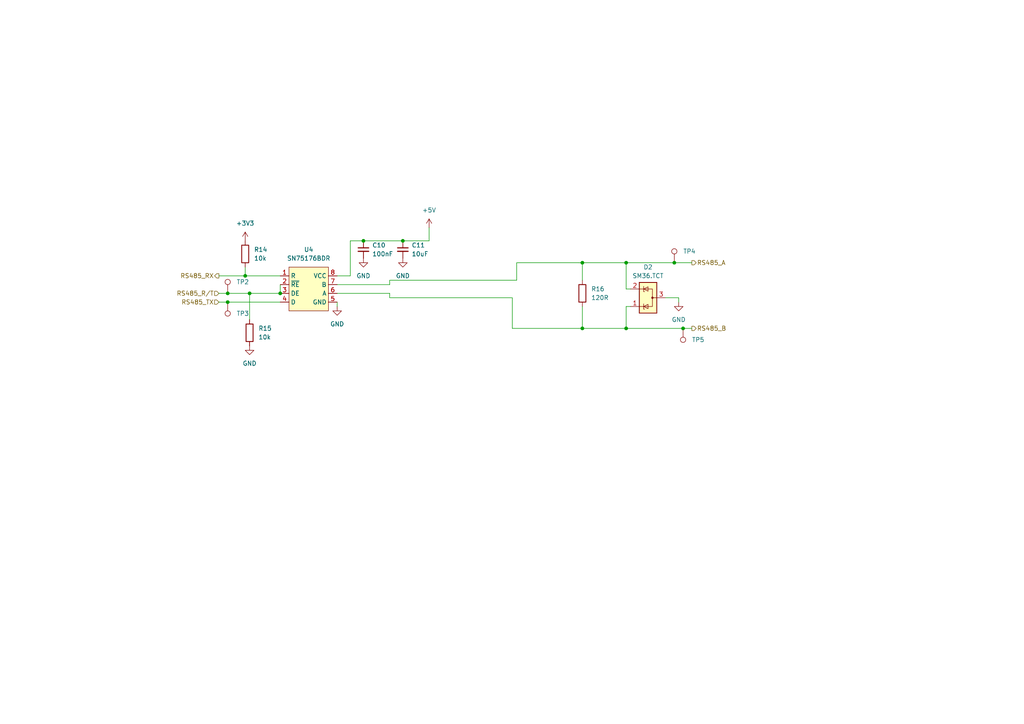
<source format=kicad_sch>
(kicad_sch (version 20250114) (generator "eeschema") (generator_version "9.0")
  (paper "A4")
  (lib_symbols
    (symbol "Connector:TestPoint" (pin_numbers (hide yes)) (pin_names (offset 0.762) (hide yes))
      (property "Reference" "TP" (at 0 6.858 0))
      (property "Value" "TestPoint" (at 0 5.08 0))
      (symbol "TestPoint_0_1"
        (circle (center 0 3.302) (radius 0.762))
      )
      (symbol "TestPoint_1_1"
        (pin passive line (at 0 0 90) (length 2.54) (name "1") (number "1"))
      )
    )
    (symbol "Device:C_Small" (pin_numbers (hide yes)) (pin_names (offset 0.254) (hide yes))
      (property "Reference" "C" (at 0.254 1.778 0))
      (property "Value" "C_Small" (at 0.254 -2.032 0))
      (symbol "C_Small_0_1"
        (polyline (pts (xy -1.524 0.508) (xy 1.524 0.508)) (stroke (width 0.3048)))
        (polyline (pts (xy -1.524 -0.508) (xy 1.524 -0.508)) (stroke (width 0.3302)))
      )
      (symbol "C_Small_1_1"
        (pin passive line (at 0 2.54 270) (length 2.032) (name "~") (number "1"))
        (pin passive line (at 0 -2.54 90) (length 2.032) (name "~") (number "2"))
      )
    )
    (symbol "Device:R" (pin_numbers (hide yes)) (pin_names (offset 0))
      (property "Reference" "R" (at 2.032 0 90))
      (property "Value" "R" (at 0 0 90))
      (symbol "R_0_1"
        (rectangle (start -1.016 -2.54) (end 1.016 2.54) (stroke (width 0.254)))
      )
      (symbol "R_1_1"
        (pin passive line (at 0 3.81 270) (length 1.27) (name "~") (number "1"))
        (pin passive line (at 0 -3.81 90) (length 1.27) (name "~") (number "2"))
      )
    )
    (symbol "Power_Protection:SP0502BAHT" (pin_names (hide yes))
      (property "Reference" "D" (at 5.715 2.54 0))
      (property "Value" "SP0502BAHT" (at 5.715 0.635 0))
      (symbol "SP0502BAHT_0_0"
        (pin passive line (at 0 -5.08 90) (length 2.54) (name "A") (number "3"))
      )
      (symbol "SP0502BAHT_0_1"
        (rectangle (start -4.445 2.54) (end 4.445 -2.54) (stroke (width 0.254)) (fill (type background)))
        (polyline (pts (xy -3.302 1.016) (xy -3.302 1.27) (xy -1.905 1.27) (xy -1.778 1.27)))
        (polyline (pts (xy -2.54 2.54) (xy -2.54 1.27)))
        (polyline (pts (xy -2.54 1.27) (xy -2.54 -1.27) (xy 2.54 -1.27) (xy 2.54 1.27)))
        (polyline (pts (xy -2.54 1.27) (xy -1.905 0) (xy -3.175 0) (xy -2.54 1.27)))
        (polyline (pts (xy 0 -1.27) (xy 0 -2.54)))
        (circle (center 0 -1.27) (radius 0.254) (fill (type outline)))
        (polyline (pts (xy 1.778 1.016) (xy 1.778 1.27) (xy 3.175 1.27) (xy 3.302 1.27)))
        (polyline (pts (xy 2.54 2.54) (xy 2.54 1.27)))
        (polyline (pts (xy 2.54 1.27) (xy 1.905 0) (xy 3.175 0) (xy 2.54 1.27)))
      )
      (symbol "SP0502BAHT_1_1"
        (pin passive line (at -2.54 5.08 270) (length 2.54) (name "K") (number "1"))
        (pin passive line (at 2.54 5.08 270) (length 2.54) (name "K") (number "2"))
      )
    )
    (symbol "my_library:SN75176BDR"
      (property "Reference" "U" (at 0 4.064 0))
      (property "Value" "SN75176BDR" (at 0 4.064 0))
      (symbol "SN75176BDR_1_1"
        (rectangle (start -6.35 2.54) (end 5.08 -10.16) (fill (type background)))
        (pin bidirectional line (at -8.89 0 0) (length 2.54) (name "R") (number "1"))
        (pin bidirectional line (at -8.89 -2.54 0) (length 2.54) (name "~{RE}") (number "2"))
        (pin bidirectional line (at -8.89 -5.08 0) (length 2.54) (name "DE") (number "3"))
        (pin bidirectional line (at -8.89 -7.62 0) (length 2.54) (name "D") (number "4"))
        (pin power_in line (at 7.62 0 180) (length 2.54) (name "VCC") (number "8"))
        (pin bidirectional line (at 7.62 -2.54 180) (length 2.54) (name "B") (number "7"))
        (pin bidirectional line (at 7.62 -5.08 180) (length 2.54) (name "A") (number "6"))
        (pin power_in line (at 7.62 -7.62 180) (length 2.54) (name "GND") (number "5"))
      )
    )
    (symbol "power:+3V3" (power) (pin_names (offset 0))
      (property "Value" "+3V3" (at 0 3.556 0))
      (symbol "+3V3_0_1"
        (polyline (pts (xy -0.762 1.27) (xy 0 2.54)))
        (polyline (pts (xy 0 2.54) (xy 0.762 1.27)))
        (polyline (pts (xy 0 0) (xy 0 2.54)))
      )
      (symbol "+3V3_1_1"
        (pin power_in line (at 0 0 90) (length 0) (hide yes) (name "+3V3") (number "1"))
      )
    )
    (symbol "power:+5V" (power) (pin_names (offset 0))
      (property "Value" "+5V" (at 0 3.556 0))
      (symbol "+5V_0_1"
        (polyline (pts (xy -0.762 1.27) (xy 0 2.54)))
        (polyline (pts (xy 0 2.54) (xy 0.762 1.27)))
        (polyline (pts (xy 0 0) (xy 0 2.54)))
      )
      (symbol "+5V_1_1"
        (pin power_in line (at 0 0 90) (length 0) (hide yes) (name "+5V") (number "1"))
      )
    )
    (symbol "power:GND" (power) (pin_names (offset 0))
      (property "Value" "GND" (at 0 -3.81 0))
      (symbol "GND_0_1"
        (polyline (pts (xy 0 0) (xy 0 -1.27) (xy 1.27 -1.27) (xy 0 -2.54) (xy -1.27 -1.27) (xy 0 -1.27)))
      )
      (symbol "GND_1_1"
        (pin power_in line (at 0 0 270) (length 0) (hide yes) (name "GND") (number "1"))
      )
    )
  )
  (junction (at 168.91 76.2))
  (junction (at 195.58 76.2))
  (junction (at 66.04 85.09))
  (junction (at 72.39 85.09))
  (junction (at 198.12 95.25))
  (junction (at 116.84 69.85))
  (junction (at 181.61 76.2))
  (junction (at 168.91 95.25))
  (junction (at 105.41 69.85))
  (junction (at 66.04 87.63))
  (junction (at 181.61 95.25))
  (junction (at 81.28 85.09))
  (junction (at 71.12 80.01))
  (wire (pts (xy 182.88 83.82) (xy 181.61 83.82)))
  (wire (pts (xy 66.04 85.09) (xy 72.39 85.09)))
  (wire (pts (xy 72.39 85.09) (xy 81.28 85.09)))
  (wire (pts (xy 113.03 86.36) (xy 148.59 86.36)))
  (wire (pts (xy 113.03 81.28) (xy 113.03 82.55)))
  (wire (pts (xy 181.61 83.82) (xy 181.61 76.2)))
  (wire (pts (xy 168.91 95.25) (xy 181.61 95.25)))
  (wire (pts (xy 181.61 76.2) (xy 195.58 76.2)))
  (wire (pts (xy 101.6 69.85) (xy 105.41 69.85)))
  (wire (pts (xy 124.46 66.04) (xy 124.46 69.85)))
  (wire (pts (xy 196.85 86.36) (xy 196.85 87.63)))
  (wire (pts (xy 113.03 81.28) (xy 149.86 81.28)))
  (wire (pts (xy 113.03 85.09) (xy 97.79 85.09)))
  (wire (pts (xy 63.5 80.01) (xy 71.12 80.01)))
  (wire (pts (xy 182.88 88.9) (xy 181.61 88.9)))
  (wire (pts (xy 148.59 86.36) (xy 148.59 95.25)))
  (wire (pts (xy 116.84 69.85) (xy 124.46 69.85)))
  (wire (pts (xy 168.91 76.2) (xy 168.91 81.28)))
  (wire (pts (xy 198.12 95.25) (xy 181.61 95.25)))
  (wire (pts (xy 181.61 88.9) (xy 181.61 95.25)))
  (wire (pts (xy 168.91 88.9) (xy 168.91 95.25)))
  (wire (pts (xy 97.79 80.01) (xy 101.6 80.01)))
  (wire (pts (xy 195.58 76.2) (xy 200.66 76.2)))
  (wire (pts (xy 113.03 86.36) (xy 113.03 85.09)))
  (wire (pts (xy 148.59 95.25) (xy 168.91 95.25)))
  (wire (pts (xy 149.86 81.28) (xy 149.86 76.2)))
  (wire (pts (xy 66.04 87.63) (xy 81.28 87.63)))
  (wire (pts (xy 71.12 80.01) (xy 81.28 80.01)))
  (wire (pts (xy 168.91 76.2) (xy 181.61 76.2)))
  (wire (pts (xy 193.04 86.36) (xy 196.85 86.36)))
  (wire (pts (xy 97.79 87.63) (xy 97.79 88.9)))
  (wire (pts (xy 200.66 95.25) (xy 198.12 95.25)))
  (wire (pts (xy 97.79 82.55) (xy 113.03 82.55)))
  (wire (pts (xy 101.6 80.01) (xy 101.6 69.85)))
  (wire (pts (xy 63.5 87.63) (xy 66.04 87.63)))
  (wire (pts (xy 149.86 76.2) (xy 168.91 76.2)))
  (wire (pts (xy 63.5 85.09) (xy 66.04 85.09)))
  (wire (pts (xy 81.28 82.55) (xy 81.28 85.09)))
  (wire (pts (xy 71.12 77.47) (xy 71.12 80.01)))
  (wire (pts (xy 72.39 85.09) (xy 72.39 92.71)))
  (wire (pts (xy 105.41 69.85) (xy 116.84 69.85)))
  (hierarchical_label "RS485_RX" (shape output) (at 63.5 80.01 180))
  (hierarchical_label "RS485_R{slash}T" (shape input) (at 63.5 85.09 180))
  (hierarchical_label "RS485_B" (shape output) (at 200.66 95.25 0))
  (hierarchical_label "RS485_A" (shape output) (at 200.66 76.2 0))
  (hierarchical_label "RS485_TX" (shape input) (at 63.5 87.63 180))
  (symbol (lib_id "power:GND") (at 72.39 100.33 0) (unit 1)
    (property "Reference" "#PWR032" (effects (hide yes)))
    (property "Value" "GND" (at 72.39 105.41 0))
    (property "Description" "Power symbol creates a global label with name \"GND\" , ground" (effects (hide yes)))
  )
  (symbol (lib_id "Connector:TestPoint") (at 66.04 87.63 180) (unit 1)
    (property "Reference" "TP3" (at 68.58 90.9319 0) (effects (justify right)))
    (property "Value" "TestPoint" (effects (hide yes)))
    (property "Footprint" "TestPoint:TestPoint_Pad_D1.5mm" (effects (hide yes)))
    (property "Description" "test point" (effects (hide yes)))
  )
  (symbol (lib_id "Connector:TestPoint") (at 195.58 76.2 0) (unit 1)
    (property "Reference" "TP4" (at 198.12 72.8979 0) (effects (justify left)))
    (property "Value" "TestPoint" (effects (hide yes)))
    (property "Footprint" "TestPoint:TestPoint_Pad_D1.5mm" (effects (hide yes)))
    (property "Description" "test point" (effects (hide yes)))
  )
  (symbol (lib_id "Connector:TestPoint") (at 66.04 85.09 0) (unit 1)
    (property "Reference" "TP2" (at 68.58 81.7879 0) (effects (justify left)))
    (property "Value" "TestPoint" (effects (hide yes)))
    (property "Footprint" "TestPoint:TestPoint_Pad_D1.5mm" (effects (hide yes)))
    (property "Description" "test point" (effects (hide yes)))
  )
  (symbol (lib_id "Device:R") (at 72.39 96.52 0) (unit 1)
    (property "Reference" "R15" (at 74.93 95.2499 0) (effects (justify left)))
    (property "Value" "10k" (at 74.93 97.7899 0) (effects (justify left)))
    (property "Footprint" "Resistor_SMD:R_0603_1608Metric_Pad0.98x0.95mm_HandSolder" (effects (hide yes)))
    (property "Description" "Resistor" (effects (hide yes)))
  )
  (symbol (lib_id "Device:C_Small") (at 116.84 72.39 0) (unit 1)
    (property "Reference" "C11" (at 119.38 71.1262 0) (effects (justify left)))
    (property "Value" "10uF" (at 119.38 73.6662 0) (effects (justify left)))
    (property "Footprint" "Capacitor_SMD:C_0603_1608Metric_Pad1.08x0.95mm_HandSolder" (effects (hide yes)))
    (property "Description" "Unpolarized capacitor, small symbol" (effects (hide yes)))
  )
  (symbol (lib_id "Connector:TestPoint") (at 198.12 95.25 180) (unit 1)
    (property "Reference" "TP5" (at 200.66 98.5519 0) (effects (justify right)))
    (property "Value" "TestPoint" (effects (hide yes)))
    (property "Footprint" "TestPoint:TestPoint_Pad_D1.5mm" (effects (hide yes)))
    (property "Description" "test point" (effects (hide yes)))
  )
  (symbol (lib_id "Device:C_Small") (at 105.41 72.39 0) (unit 1)
    (property "Reference" "C10" (at 107.95 71.1262 0) (effects (justify left)))
    (property "Value" "100nF" (at 107.95 73.6662 0) (effects (justify left)))
    (property "Footprint" "Capacitor_SMD:C_0603_1608Metric_Pad1.08x0.95mm_HandSolder" (effects (hide yes)))
    (property "Description" "Unpolarized capacitor, small symbol" (effects (hide yes)))
  )
  (symbol (lib_id "my_library:SN75176BDR") (at 90.17 80.01 0) (unit 1)
    (property "Reference" "U4" (at 89.535 72.39 0))
    (property "Value" "SN75176BDR" (at 89.535 74.93 0))
    (property "Footprint" "Package_SO:SO-8_3.9x4.9mm_P1.27mm" (effects (hide yes)))
    (property "Datasheet" "https://www.ti.com/lit/ds/symlink/sn65176b.pdf?ts=1709368635906&ref_url=https%253A%252F%252Feu.mouser.com%252F" (effects (hide yes)))
  )
  (symbol (lib_id "power:GND") (at 97.79 88.9 0) (unit 1)
    (property "Reference" "#PWR033" (effects (hide yes)))
    (property "Value" "GND" (at 97.79 93.98 0))
    (property "Description" "Power symbol creates a global label with name \"GND\" , ground" (effects (hide yes)))
  )
  (symbol (lib_id "power:GND") (at 196.85 87.63 0) (unit 1)
    (property "Reference" "#PWR037" (effects (hide yes)))
    (property "Value" "GND" (at 196.85 92.71 0))
    (property "Description" "Power symbol creates a global label with name \"GND\" , ground" (effects (hide yes)))
  )
  (symbol (lib_id "power:+5V") (at 124.46 66.04 0) (unit 1)
    (property "Reference" "#PWR036" (effects (hide yes)))
    (property "Value" "+5V" (at 124.46 60.96 0))
    (property "Description" "Power symbol creates a global label with name \"+5V\"" (effects (hide yes)))
  )
  (symbol (lib_id "power:+3V3") (at 71.12 69.85 0) (unit 1)
    (property "Reference" "#PWR031" (effects (hide yes)))
    (property "Value" "+3V3" (at 71.12 64.77 0))
    (property "Description" "Power symbol creates a global label with name \"+3V3\"" (effects (hide yes)))
  )
  (symbol (lib_id "Device:R") (at 71.12 73.66 0) (unit 1)
    (property "Reference" "R14" (at 73.66 72.3899 0) (effects (justify left)))
    (property "Value" "10k" (at 73.66 74.9299 0) (effects (justify left)))
    (property "Footprint" "Resistor_SMD:R_0603_1608Metric_Pad0.98x0.95mm_HandSolder" (effects (hide yes)))
    (property "Description" "Resistor" (effects (hide yes)))
  )
  (symbol (lib_id "Device:R") (at 168.91 85.09 0) (unit 1)
    (property "Reference" "R16" (at 171.45 83.8199 0) (effects (justify left)))
    (property "Value" "120R" (at 171.45 86.3599 0) (effects (justify left)))
    (property "Footprint" "Resistor_SMD:R_0603_1608Metric_Pad0.98x0.95mm_HandSolder" (effects (hide yes)))
    (property "Description" "Resistor" (effects (hide yes)))
  )
  (symbol (lib_id "power:GND") (at 105.41 74.93 0) (unit 1)
    (property "Reference" "#PWR034" (effects (hide yes)))
    (property "Value" "GND" (at 105.41 80.01 0))
    (property "Description" "Power symbol creates a global label with name \"GND\" , ground" (effects (hide yes)))
  )
  (symbol (lib_id "power:GND") (at 116.84 74.93 0) (unit 1)
    (property "Reference" "#PWR035" (effects (hide yes)))
    (property "Value" "GND" (at 116.84 80.01 0))
    (property "Description" "Power symbol creates a global label with name \"GND\" , ground" (effects (hide yes)))
  )
  (symbol (lib_id "Power_Protection:SP0502BAHT") (at 187.96 86.36 90) (unit 1)
    (property "Reference" "D2" (at 187.96 77.47 90))
    (property "Value" "SM36.TCT" (at 187.96 80.01 90))
    (property "Footprint" "Package_TO_SOT_SMD:SOT-23" (effects (hide yes)))
    (property "Datasheet" "https://www.tme.eu/pl/details/sm36.tct/diody-zabezpieczajace-drabinki/semtech/" (effects (hide yes)))
  )
)
</source>
